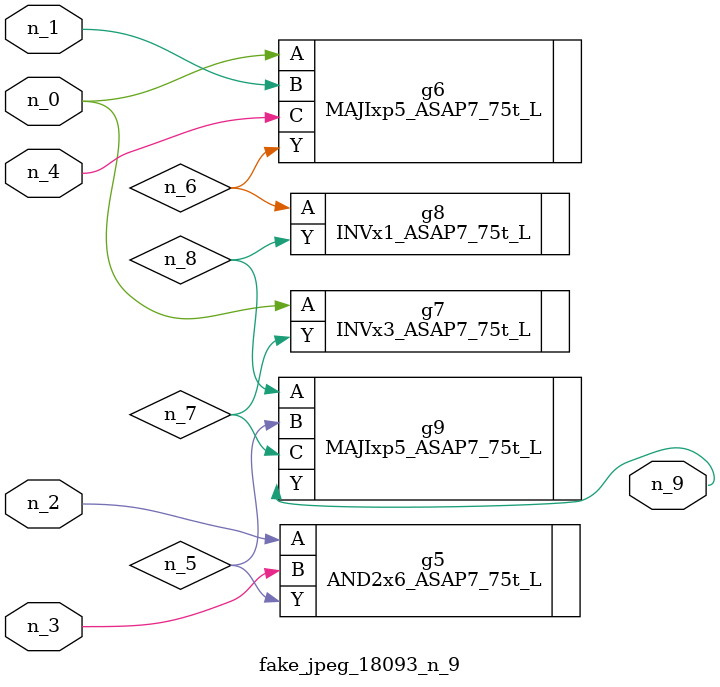
<source format=v>
module fake_jpeg_18093_n_9 (n_3, n_2, n_1, n_0, n_4, n_9);

input n_3;
input n_2;
input n_1;
input n_0;
input n_4;

output n_9;

wire n_8;
wire n_6;
wire n_5;
wire n_7;

AND2x6_ASAP7_75t_L g5 ( 
.A(n_2),
.B(n_3),
.Y(n_5)
);

MAJIxp5_ASAP7_75t_L g6 ( 
.A(n_0),
.B(n_1),
.C(n_4),
.Y(n_6)
);

INVx3_ASAP7_75t_L g7 ( 
.A(n_0),
.Y(n_7)
);

INVx1_ASAP7_75t_L g8 ( 
.A(n_6),
.Y(n_8)
);

MAJIxp5_ASAP7_75t_L g9 ( 
.A(n_8),
.B(n_5),
.C(n_7),
.Y(n_9)
);


endmodule
</source>
